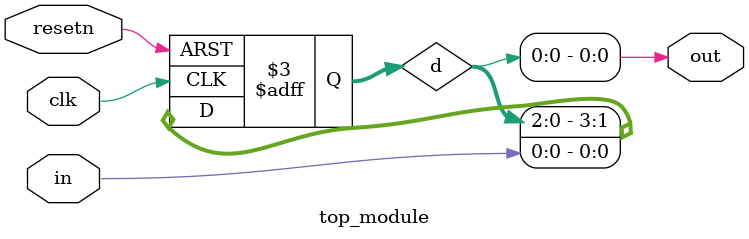
<source format=sv>
module top_module (
    input clk,
    input resetn,
    input in,
    output out
);

reg [3:0] d;

always @(posedge clk or negedge resetn) begin
    if (!resetn)
        d <= 4'b0000;
    else
        d <= {d[2:0], in};
end

assign out = d[0];

endmodule

</source>
